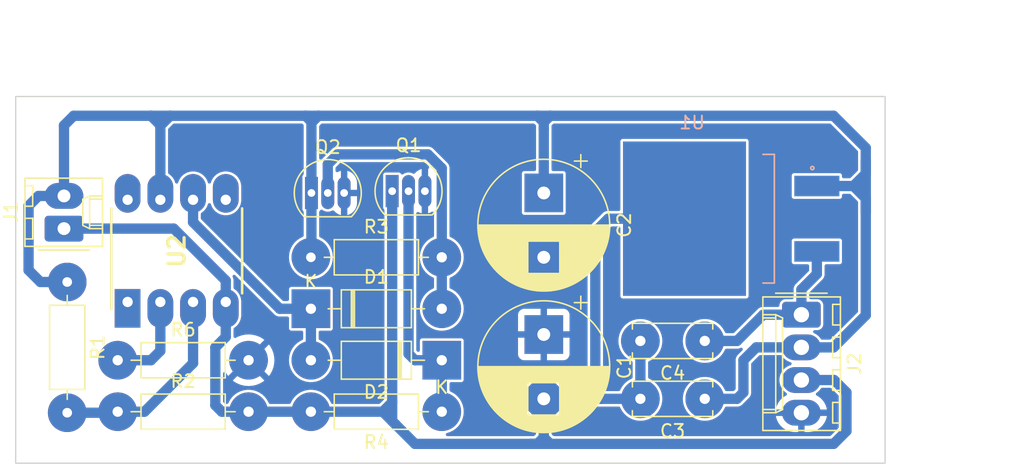
<source format=kicad_pcb>
(kicad_pcb (version 20240108) (generator "pcbnew") (generator_version "8.0")
  (layers (0 "F.Cu" signal) (31 "B.Cu" signal) (34 "B.Paste" user) (35 "F.Paste" user) (36 "B.SilkS" user "B.Silkscreen") (37 "F.SilkS" user "F.Silkscreen") (38 "B.Mask" user) (39 "F.Mask" user) (44 "Edge.Cuts" user))
  (net 0 "")
  (net 1 "GND")
  (net 2 "/-VCC")
  (net 3 "/+VCC")
  (net 4 "Net-(D1-K)")
  (net 5 "Net-(D1-A)")
  (net 6 "Net-(D2-K)")
  (net 7 "Net-(U2-+)")
  (net 8 "Net-(U2--)")
  (net 12 "/5V")
  (footprint "Resistor_THT:R_Axial_DIN0207_L6.3mm_D2.5mm_P10.16mm_Horizontal" (layer "F.Cu") (at 121.42 74)
    (property "Reference" "R2" (at 5.08 -2.37 0) (layer "F.SilkS"))
    (property "Value" "2.2k")
    (pad "1" thru_hole circle (at 0 0) (size 3 3) (drill 0.8) (layers "*.Cu" "*.Mask") (net 7 "Net-(U2-+)"))
    (pad "2" thru_hole circle (at 10.16 0) (size 3 3) (drill 0.8) (layers "*.Cu" "*.Mask") (net 2 "/-VCC"))
  )
  (footprint "Capacitor_THT:CP_Radial_D10.0mm_P5.00mm" (layer "F.Cu") (at 154.5 68 -90)
    (property "Reference" "C1" (at 2.5 -6.25 90) (layer "F.SilkS"))
    (property "Value" "470u")
    (pad "1" thru_hole rect (at 0 0 270) (size 3 3) (drill 1) (layers "*.Cu" "*.Mask") (net 1 "GND"))
    (pad "2" thru_hole circle (at 5 0 270) (size 3 3) (drill 1) (layers "*.Cu" "*.Mask") (net 2 "/-VCC"))
  )
  (footprint "Connector_Molex:Molex_KK-254_AE-6410-02A_1x02_P2.54mm_Vertical" (layer "F.Cu") (at 117.25 59.77 90)
    (property "Reference" "J1" (at 1.27 -4.12 90) (layer "F.SilkS"))
    (property "Value" "Conn_01x02")
    (pad "1" thru_hole roundrect (at 0 0 90) (size 2 3) (drill 1) (layers "*.Cu" "*.Mask") (roundrect_rratio 0.143678) (net 2 "/-VCC"))
    (pad "2" thru_hole oval (at 2.54 0 90) (size 2 3) (drill 1) (layers "*.Cu" "*.Mask") (net 3 "/+VCC"))
  )
  (footprint "Resistor_THT:R_Axial_DIN0207_L6.3mm_D2.5mm_P10.16mm_Horizontal" (layer "F.Cu") (at 136.42 62)
    (property "Reference" "R3" (at 5.08 -2.37 0) (layer "F.SilkS"))
    (property "Value" "10k")
    (pad "1" thru_hole circle (at 0 0) (size 3 3) (drill 0.75) (layers "*.Cu" "*.Mask") (net 3 "/+VCC"))
    (pad "2" thru_hole circle (at 10.16 0) (size 3 3) (drill 0.8) (layers "*.Cu" "*.Mask") (net 5 "Net-(D1-A)"))
  )
  (footprint "Capacitor_THT:C_Disc_D6.0mm_W2.5mm_P5.00mm" (layer "F.Cu") (at 167 73 180)
    (property "Reference" "C3" (at 2.5 -2.5 0) (layer "F.SilkS"))
    (property "Value" "100n")
    (pad "1" thru_hole circle (at 0 0 180) (size 3 3) (drill 0.8) (layers "*.Cu" "*.Mask") (net 3 "/+VCC"))
    (pad "2" thru_hole circle (at 5 0 180) (size 3 3) (drill 0.8) (layers "*.Cu" "*.Mask") (net 2 "/-VCC"))
  )
  (footprint "Diode_THT:D_DO-41_SOD81_P10.16mm_Horizontal" (layer "F.Cu") (at 146.58 70 180)
    (property "Reference" "D2" (at 5.08 -2.47 0) (layer "F.SilkS"))
    (property "Value" "1N4007")
    (fp_text user "K" (at 0 -2.1 0) (layer "F.SilkS"))
    (pad "1" thru_hole rect (at 0 0 180) (size 3 3) (drill 0.8) (layers "*.Cu" "*.Mask") (net 6 "Net-(D2-K)"))
    (pad "2" thru_hole circle (at 10.16 0 180) (size 3 3) (drill 0.8) (layers "*.Cu" "*.Mask") (net 4 "Net-(D1-K)"))
  )
  (footprint "Diode_THT:D_DO-41_SOD81_P10.16mm_Horizontal" (layer "F.Cu") (at 136.42 66)
    (property "Reference" "D1" (at 5.08 -2.47 0) (layer "F.SilkS"))
    (property "Value" "1N4007")
    (fp_text user "K" (at 0 -2.1 0) (layer "F.SilkS"))
    (pad "1" thru_hole rect (at 0 0) (size 3 3) (drill 0.8) (layers "*.Cu" "*.Mask") (net 4 "Net-(D1-K)"))
    (pad "2" thru_hole circle (at 10.16 0) (size 3 3) (drill 0.8) (layers "*.Cu" "*.Mask") (net 5 "Net-(D1-A)"))
  )
  (footprint "Resistor_THT:R_Axial_DIN0207_L6.3mm_D2.5mm_P10.16mm_Horizontal" (layer "F.Cu") (at 117.5 63.92 -90)
    (property "Reference" "R1" (at 5.08 -2.37 90) (layer "F.SilkS"))
    (property "Value" "2.2k")
    (pad "1" thru_hole circle (at 0 0 270) (size 3 3) (drill 0.75) (layers "*.Cu" "*.Mask") (net 3 "/+VCC"))
    (pad "2" thru_hole circle (at 10.16 0 270) (size 3 3) (drill 0.75) (layers "*.Cu" "*.Mask") (net 7 "Net-(U2-+)"))
  )
  (footprint "Capacitor_THT:CP_Radial_D10.0mm_P5.00mm" (layer "F.Cu") (at 154.5 57 -90)
    (property "Reference" "C2" (at 2.5 -6.25 90) (layer "F.SilkS"))
    (property "Value" "470u")
    (pad "1" thru_hole rect (at 0 0 270) (size 3 3) (drill 1) (layers "*.Cu" "*.Mask") (net 3 "/+VCC"))
    (pad "2" thru_hole circle (at 5 0 270) (size 3 3) (drill 1) (layers "*.Cu" "*.Mask") (net 1 "GND"))
  )
  (footprint "Resistor_THT:R_Axial_DIN0207_L6.3mm_D2.5mm_P10.16mm_Horizontal" (layer "F.Cu") (at 121.42 70)
    (property "Reference" "R6" (at 5.08 -2.37 0) (layer "F.SilkS"))
    (property "Value" "10k")
    (pad "1" thru_hole circle (at 0 0) (size 3 3) (drill 0.8) (layers "*.Cu" "*.Mask") (net 8 "Net-(U2--)"))
    (pad "2" thru_hole circle (at 10.16 0) (size 3 3) (drill 0.8) (layers "*.Cu" "*.Mask") (net 1 "GND"))
  )
  (footprint "Connector_Molex:Molex_KK-254_AE-6410-04A_1x04_P2.54mm_Vertical" (layer "F.Cu") (at 174.5 66.46 -90)
    (property "Reference" "J2" (at 3.81 -4.12 90) (layer "F.SilkS"))
    (property "Value" "Conn_01x04")
    (pad "1" thru_hole roundrect (at 0 0 270) (size 2 3) (drill 1.19) (layers "*.Cu" "*.Mask") (roundrect_rratio 0.143678) (net 12 "/5V"))
    (pad "2" thru_hole oval (at 2.54 0 270) (size 2 3) (drill 1.19) (layers "*.Cu" "*.Mask") (net 3 "/+VCC"))
    (pad "3" thru_hole oval (at 5.08 0 270) (size 2 3) (drill 1.19) (layers "*.Cu" "*.Mask") (net 2 "/-VCC"))
    (pad "4" thru_hole oval (at 7.62 0 270) (size 2 3) (drill 1.19) (layers "*.Cu" "*.Mask") (net 1 "GND"))
  )
  (footprint "Capacitor_THT:C_Disc_D6.0mm_W2.5mm_P5.00mm" (layer "F.Cu") (at 167 68.5 180)
    (property "Reference" "C4" (at 2.5 -2.5 0) (layer "F.SilkS"))
    (property "Value" "100n")
    (pad "1" thru_hole circle (at 0 0 180) (size 3 3) (drill 0.8) (layers "*.Cu" "*.Mask") (net 12 "/5V"))
    (pad "2" thru_hole circle (at 5 0 180) (size 3 3) (drill 0.8) (layers "*.Cu" "*.Mask") (net 2 "/-VCC"))
  )
  (footprint "Footprints:LM741" (layer "F.Cu") (at 126 61.5 90)
    (property "Reference" "U2" (at 0 0 90) (layer "F.SilkS") (effects (font (size 1.27 1.27) (thickness 0.254))))
    (property "Value" "LM741" (hide yes))
    (pad "1" thru_hole rect (at -3.97 -3.81 90) (size 3 2) (drill 0.8 (offset -0.5 0)) (layers "*.Cu" "*.Mask"))
    (pad "2" thru_hole oval (at -3.97 -1.27 90) (size 3 2) (drill 0.8 (offset -0.5 0)) (layers "*.Cu" "*.Mask") (net 8 "Net-(U2--)"))
    (pad "3" thru_hole oval (at -3.97 1.27 90) (size 3 2) (drill 0.8 (offset -0.5 0)) (layers "*.Cu" "*.Mask") (net 7 "Net-(U2-+)"))
    (pad "4" thru_hole oval (at -3.97 3.81 90) (size 3 2) (drill 0.8 (offset -0.5 0)) (layers "*.Cu" "*.Mask") (net 2 "/-VCC"))
    (pad "5" thru_hole oval (at 3.97 3.81 90) (size 3 2) (drill 0.8 (offset 0.5 0)) (layers "*.Cu" "*.Mask"))
    (pad "6" thru_hole oval (at 3.97 1.27 90) (size 3 2) (drill 0.8 (offset 0.5 0)) (layers "*.Cu" "*.Mask") (net 4 "Net-(D1-K)"))
    (pad "7" thru_hole oval (at 3.97 -1.27 90) (size 3 2) (drill 0.8 (offset 0.5 0)) (layers "*.Cu" "*.Mask") (net 3 "/+VCC"))
    (pad "8" thru_hole oval (at 3.97 -3.81 90) (size 3 2) (drill 0.8 (offset 0.5 0)) (layers "*.Cu" "*.Mask"))
  )
  (footprint "Package_TO_SOT_THT:TO-92_Inline" (layer "F.Cu") (at 136.46 57)
    (property "Reference" "Q2" (at 1.27 -3.56 0) (layer "F.SilkS"))
    (property "Value" "BC547")
    (pad "1" thru_hole rect (at 0 0) (size 1 2.5) (drill 0.6) (layers "*.Cu" "*.Mask") (net 3 "/+VCC"))
    (pad "2" thru_hole oval (at 1.27 0) (size 1 2.5) (drill 0.6) (layers "*.Cu" "*.Mask") (net 5 "Net-(D1-A)"))
    (pad "3" thru_hole oval (at 2.54 0) (size 1 2.5) (drill 0.6) (layers "*.Cu" "*.Mask") (net 1 "GND"))
  )
  (footprint "Package_TO_SOT_THT:TO-92_Inline" (layer "F.Cu") (at 142.73 56.86)
    (property "Reference" "Q1" (at 1.27 -3.56 0) (layer "F.SilkS"))
    (property "Value" "BC557")
    (pad "1" thru_hole rect (at 0 0) (size 1 2.5) (drill 0.6) (layers "*.Cu" "*.Mask") (net 2 "/-VCC"))
    (pad "2" thru_hole oval (at 1.27 0) (size 1 2.5) (drill 0.6) (layers "*.Cu" "*.Mask") (net 6 "Net-(D2-K)"))
    (pad "3" thru_hole oval (at 2.54 0) (size 1 2.5) (drill 0.6) (layers "*.Cu" "*.Mask") (net 1 "GND"))
  )
  (footprint "Resistor_THT:R_Axial_DIN0207_L6.3mm_D2.5mm_P10.16mm_Horizontal" (layer "F.Cu") (at 146.58 74 180)
    (property "Reference" "R4" (at 5.08 -2.37 0) (layer "F.SilkS"))
    (property "Value" "10k")
    (pad "1" thru_hole circle (at 0 0 180) (size 3 3) (drill 0.8) (layers "*.Cu" "*.Mask") (net 6 "Net-(D2-K)"))
    (pad "2" thru_hole circle (at 10.16 0 180) (size 3 3) (drill 0.8) (layers "*.Cu" "*.Mask") (net 2 "/-VCC"))
  )
  (footprint "Footprints:L7805ACD2T" (layer "B.Cu") (at 169 59 180)
    (property "Reference" "U1" (at 2.986757 7.465805 0) (layer "B.SilkS") (effects (font (size 1.000732 1.000732)) (justify mirror)))
    (property "Value" "L7805")
    (pad "1" smd rect (at -6.7 2.54 180) (size 3.5 1.6) (layers "B.Cu" "B.Paste" "B.Mask") (net 3 "/+VCC"))
    (pad "2" smd rect (at 3.575 0 180) (size 9.55 12) (layers "B.Cu" "B.Mask") (net 2 "/-VCC"))
    (pad "3" smd rect (at -6.7 -2.54 180) (size 3.5 1.6) (layers "B.Cu" "B.Paste" "B.Mask") (net 12 "/5V"))
  )
  (gr_rect (start 113.5 49.5) (end 181 78) (stroke (width 0.1)) (fill none) (layer "Edge.Cuts"))
  (segment (start 178 75.5) (end 177 76.5) (width 0.8) (layer "B.Cu") (net 2))
  (segment (start 142.73 74.73) (end 143 75) (width 0.8) (layer "B.Cu") (net 2))
  (segment (start 153.5 76.5) (end 155 76.5) (width 0.8) (layer "B.Cu") (net 2))
  (segment (start 177 76.5) (end 155 76.5) (width 0.8) (layer "B.Cu") (net 2))
  (segment (start 158 73) (end 159 73) (width 0.8) (layer "B.Cu") (net 2))
  (segment (start 159 73) (end 162 73) (width 0.8) (layer "B.Cu") (net 2))
  (segment (start 129 73.5) (end 129 69) (width 0.8) (layer "B.Cu") (net 2))
  (segment (start 131.58 74) (end 129.5 74) (width 0.8) (layer "B.Cu") (net 2))
  (segment (start 142.73 73.27) (end 142 74) (width 0.8) (layer "B.Cu") (net 2))
  (segment (start 129.5 74) (end 129 73.5) (width 0.8) (layer "B.Cu") (net 2))
  (segment (start 158.5 72.5) (end 158 73) (width 0.8) (layer "B.Cu") (net 2))
  (segment (start 158.5 72.5) (end 159 73) (width 0.8) (layer "B.Cu") (net 2))
  (segment (start 159.5 59) (end 158.5 60) (width 0.8) (layer "B.Cu") (net 2))
  (segment (start 177.04 71.54) (end 178 72.5) (width 0.8) (layer "B.Cu") (net 2))
  (segment (start 125.77 59.77) (end 129.81 63.81) (width 0.8) (layer "B.Cu") (net 2))
  (segment (start 162 73) (end 162 68.5) (width 0.8) (layer "B.Cu") (net 2))
  (segment (start 129.81 68.19) (end 129.81 65.47) (width 0.8) (layer "B.Cu") (net 2))
  (segment (start 174.5 71.54) (end 177.04 71.54) (width 0.8) (layer "B.Cu") (net 2))
  (segment (start 165.425 59) (end 159.5 59) (width 0.8) (layer "B.Cu") (net 2))
  (segment (start 154.5 73) (end 158 73) (width 0.8) (layer "B.Cu") (net 2))
  (segment (start 144.5 76.5) (end 153.5 76.5) (width 0.8) (layer "B.Cu") (net 2))
  (segment (start 136.42 74) (end 142 74) (width 0.8) (layer "B.Cu") (net 2))
  (segment (start 154 76.5) (end 153.5 76.5) (width 0.8) (layer "B.Cu") (net 2))
  (segment (start 142 74) (end 143 75) (width 0.8) (layer "B.Cu") (net 2))
  (segment (start 178 72.5) (end 178 75.5) (width 0.8) (layer "B.Cu") (net 2))
  (segment (start 154.5 76) (end 155 76.5) (width 0.8) (layer "B.Cu") (net 2))
  (segment (start 131.58 74) (end 136.42 74) (width 0.8) (layer "B.Cu") (net 2))
  (segment (start 154.5 76) (end 154 76.5) (width 0.8) (layer "B.Cu") (net 2))
  (segment (start 129.81 63.81) (end 129.81 65.47) (width 0.8) (layer "B.Cu") (net 2))
  (segment (start 154.5 73) (end 154.5 76) (width 0.8) (layer "B.Cu") (net 2))
  (segment (start 129 69) (end 129.81 68.19) (width 0.8) (layer "B.Cu") (net 2))
  (segment (start 142.73 56.86) (end 142.73 73.27) (width 0.8) (layer "B.Cu") (net 2))
  (segment (start 143 75) (end 144.5 76.5) (width 0.8) (layer "B.Cu") (net 2))
  (segment (start 158.5 60) (end 158.5 72.5) (width 0.8) (layer "B.Cu") (net 2))
  (segment (start 142.73 73.27) (end 142.73 74.73) (width 0.8) (layer "B.Cu") (net 2))
  (segment (start 117.25 59.77) (end 125.77 59.77) (width 0.8) (layer "B.Cu") (net 2))
  (segment (start 169.5 73) (end 170 72.5) (width 0.8) (layer "B.Cu") (net 3))
  (segment (start 179.5 53.5) (end 177 51) (width 0.8) (layer "B.Cu") (net 3))
  (segment (start 154 51) (end 137 51) (width 0.8) (layer "B.Cu") (net 3))
  (segment (start 117.25 57.23) (end 117.25 51.75) (width 0.8) (layer "B.Cu") (net 3))
  (segment (start 124 51) (end 118 51) (width 0.8) (layer "B.Cu") (net 3))
  (segment (start 179.5 54.5) (end 179.5 53.5) (width 0.8) (layer "B.Cu") (net 3))
  (segment (start 136.46 57) (end 136.46 61.96) (width 0.8) (layer "B.Cu") (net 3))
  (segment (start 114.5 63) (end 114.5 58) (width 0.8) (layer "B.Cu") (net 3))
  (segment (start 124.73 51.73) (end 124 51) (width 0.8) (layer "B.Cu") (net 3))
  (segment (start 115.42 63.92) (end 114.5 63) (width 0.8) (layer "B.Cu") (net 3))
  (segment (start 179.5 58.5) (end 179.5 54.5) (width 0.8) (layer "B.Cu") (net 3))
  (segment (start 170 72.5) (end 170 70) (width 0.8) (layer "B.Cu") (net 3))
  (segment (start 117.25 51.75) (end 118 51) (width 0.8) (layer "B.Cu") (net 3))
  (segment (start 117.5 63.92) (end 115.42 63.92) (width 0.8) (layer "B.Cu") (net 3))
  (segment (start 114.5 58) (end 115.27 57.23) (width 0.8) (layer "B.Cu") (net 3))
  (segment (start 167 73) (end 169.5 73) (width 0.8) (layer "B.Cu") (net 3))
  (segment (start 178.54 56.46) (end 179.5 55.5) (width 0.8) (layer "B.Cu") (net 3))
  (segment (start 154.5 51.5) (end 155 51) (width 0.8) (layer "B.Cu") (net 3))
  (segment (start 154.5 52) (end 154.5 51.5) (width 0.8) (layer "B.Cu") (net 3))
  (segment (start 178.54 56.46) (end 179.5 57.42) (width 0.8) (layer "B.Cu") (net 3))
  (segment (start 125.5 51) (end 124 51) (width 0.8) (layer "B.Cu") (net 3))
  (segment (start 124.73 51.77) (end 125.5 51) (width 0.8) (layer "B.Cu") (net 3))
  (segment (start 137 51) (end 136 51) (width 0.8) (layer "B.Cu") (net 3))
  (segment (start 177 51) (end 155 51) (width 0.8) (layer "B.Cu") (net 3))
  (segment (start 175.7 56.46) (end 178.54 56.46) (width 0.8) (layer "B.Cu") (net 3))
  (segment (start 179.5 57.42) (end 179.5 58.5) (width 0.8) (layer "B.Cu") (net 3))
  (segment (start 170 70) (end 171 69) (width 0.8) (layer "B.Cu") (net 3))
  (segment (start 136.46 61.96) (end 136.42 62) (width 0.8) (layer "B.Cu") (net 3))
  (segment (start 136.46 51.46) (end 136 51) (width 0.8) (layer "B.Cu") (net 3))
  (segment (start 154.5 51.5) (end 154 51) (width 0.8) (layer "B.Cu") (net 3))
  (segment (start 124.73 51.77) (end 124.73 51.73) (width 0.8) (layer "B.Cu") (net 3))
  (segment (start 174.5 69) (end 177 69) (width 0.8) (layer "B.Cu") (net 3))
  (segment (start 154.5 57) (end 154.5 52) (width 0.8) (layer "B.Cu") (net 3))
  (segment (start 136.46 57) (end 136.46 51.54) (width 0.8) (layer "B.Cu") (net 3))
  (segment (start 171 69) (end 174.5 69) (width 0.8) (layer "B.Cu") (net 3))
  (segment (start 136 51) (end 125.5 51) (width 0.8) (layer "B.Cu") (net 3))
  (segment (start 179.5 66.5) (end 179.5 58.5) (width 0.8) (layer "B.Cu") (net 3))
  (segment (start 115.27 57.23) (end 117.25 57.23) (width 0.8) (layer "B.Cu") (net 3))
  (segment (start 177 69) (end 179.5 66.5) (width 0.8) (layer "B.Cu") (net 3))
  (segment (start 155 51) (end 154 51) (width 0.8) (layer "B.Cu") (net 3))
  (segment (start 136.46 51.54) (end 136.46 51.46) (width 0.8) (layer "B.Cu") (net 3))
  (segment (start 124.73 57.53) (end 124.73 51.77) (width 0.8) (layer "B.Cu") (net 3))
  (segment (start 136.46 51.54) (end 137 51) (width 0.8) (layer "B.Cu") (net 3))
  (segment (start 179.5 55.5) (end 179.5 54.5) (width 0.8) (layer "B.Cu") (net 3))
  (segment (start 127.27 59.27) (end 134 66) (width 0.8) (layer "B.Cu") (net 4))
  (segment (start 127.27 57.53) (end 127.27 59.27) (width 0.8) (layer "B.Cu") (net 4))
  (segment (start 134 66) (end 136.42 66) (width 0.8) (layer "B.Cu") (net 4))
  (segment (start 136.42 70) (end 136.42 66) (width 0.8) (layer "B.Cu") (net 4))
  (segment (start 146.58 55.08) (end 146.58 62) (width 0.8) (layer "B.Cu") (net 5))
  (segment (start 137.73 57) (end 137.73 54.77) (width 0.8) (layer "B.Cu") (net 5))
  (segment (start 138.5 54) (end 145.5 54) (width 0.8) (layer "B.Cu") (net 5))
  (segment (start 137.73 54.77) (end 138.5 54) (width 0.8) (layer "B.Cu") (net 5))
  (segment (start 145.5 54) (end 146.58 55.08) (width 0.8) (layer "B.Cu") (net 5))
  (segment (start 146.58 62) (end 146.58 66) (width 0.8) (layer "B.Cu") (net 5))
  (segment (start 146.58 74) (end 146.58 70) (width 0.8) (layer "B.Cu") (net 6))
  (segment (start 144 69.5) (end 144 56.86) (width 0.8) (layer "B.Cu") (net 6))
  (segment (start 146.58 70) (end 144.5 70) (width 0.8) (layer "B.Cu") (net 6))
  (segment (start 144.5 70) (end 144 69.5) (width 0.8) (layer "B.Cu") (net 6))
  (segment (start 121.34 74.08) (end 121.42 74) (width 0.8) (layer "B.Cu") (net 7))
  (segment (start 117.5 74.08) (end 121.34 74.08) (width 0.8) (layer "B.Cu") (net 7))
  (segment (start 121.42 74) (end 123.5 74) (width 0.8) (layer "B.Cu") (net 7))
  (segment (start 127.27 70.23) (end 127.27 65.47) (width 0.8) (layer "B.Cu") (net 7))
  (segment (start 123.5 74) (end 127.27 70.23) (width 0.8) (layer "B.Cu") (net 7))
  (segment (start 124 70) (end 124.73 69.27) (width 0.8) (layer "B.Cu") (net 8))
  (segment (start 121.42 70) (end 124 70) (width 0.8) (layer "B.Cu") (net 8))
  (segment (start 124.73 69.27) (end 124.73 65.47) (width 0.8) (layer "B.Cu") (net 8))
  (segment (start 171.54 66.46) (end 169.5 68.5) (width 0.8) (layer "B.Cu") (net 12))
  (segment (start 175.7 61.54) (end 175.7 63.3) (width 0.8) (layer "B.Cu") (net 12))
  (segment (start 174.5 64.5) (end 174.5 66.46) (width 0.8) (layer "B.Cu") (net 12))
  (segment (start 175.7 63.3) (end 174.5 64.5) (width 0.8) (layer "B.Cu") (net 12))
  (segment (start 174.5 66.46) (end 171.54 66.46) (width 0.8) (layer "B.Cu") (net 12))
  (segment (start 169.5 68.5) (end 167 68.5) (width 0.8) (layer "B.Cu") (net 12))
  (zone (net 1) (net_name "GND") (layer "B.Cu") (connect_pads (clearance 0)) (min_thickness 0.25) (fill yes (thermal_gap 0.5) (thermal_bridge_width 0.5))
    (polygon (pts (xy 181 49.5) (xy 181 78) (xy 113.5 78) (xy 113.5 49.5)))
  )
)
</source>
